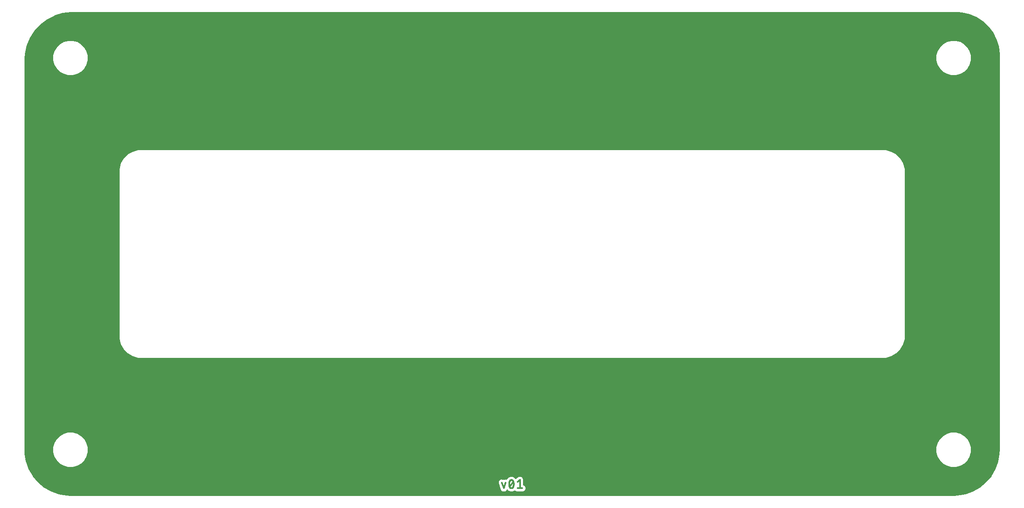
<source format=gtl>
G04 EAGLE Gerber RS-274X export*
G75*
%MOMM*%
%FSLAX34Y34*%
%LPD*%
%INTop Copper*%
%IPPOS*%
%AMOC8*
5,1,8,0,0,1.08239X$1,22.5*%
G01*
%ADD10C,0.304800*%
%ADD11C,0.655600*%

G36*
X900023Y-493996D02*
X900023Y-493996D01*
X900044Y-493998D01*
X908149Y-493644D01*
X908219Y-493631D01*
X908279Y-493630D01*
X924244Y-490815D01*
X924336Y-490785D01*
X924412Y-490770D01*
X939645Y-485226D01*
X939731Y-485180D01*
X939803Y-485152D01*
X953842Y-477047D01*
X953918Y-476987D01*
X953985Y-476947D01*
X966403Y-466526D01*
X966468Y-466454D01*
X966526Y-466403D01*
X976947Y-453985D01*
X976998Y-453903D01*
X977047Y-453842D01*
X985152Y-439803D01*
X985188Y-439713D01*
X985226Y-439645D01*
X990770Y-424412D01*
X990790Y-424317D01*
X990815Y-424244D01*
X993630Y-408279D01*
X993632Y-408229D01*
X993635Y-408218D01*
X993636Y-408193D01*
X993644Y-408149D01*
X993998Y-400044D01*
X993996Y-400021D01*
X993999Y-400000D01*
X993999Y398798D01*
X993997Y398813D01*
X993999Y398828D01*
X993983Y398915D01*
X993959Y399077D01*
X993947Y399105D01*
X993945Y399118D01*
X993998Y400131D01*
X993995Y400159D01*
X993999Y400184D01*
X993999Y401278D01*
X994013Y401330D01*
X994011Y401383D01*
X994019Y401430D01*
X994078Y408047D01*
X994068Y408117D01*
X994070Y408178D01*
X992202Y423426D01*
X992198Y423438D01*
X992198Y423440D01*
X992176Y423520D01*
X992165Y423596D01*
X987677Y438288D01*
X987636Y438376D01*
X987612Y438450D01*
X980641Y452139D01*
X980585Y452219D01*
X980548Y452287D01*
X971306Y464558D01*
X971237Y464626D01*
X971189Y464688D01*
X959956Y475167D01*
X959877Y475223D01*
X959819Y475274D01*
X946937Y483644D01*
X946849Y483685D01*
X946783Y483726D01*
X932643Y489732D01*
X932550Y489757D01*
X932478Y489786D01*
X917510Y493245D01*
X917439Y493251D01*
X917381Y493266D01*
X909828Y493995D01*
X909777Y493992D01*
X909732Y493999D01*
X-888780Y493999D01*
X-888798Y493997D01*
X-888815Y493999D01*
X-888904Y493982D01*
X-889059Y493959D01*
X-889083Y493949D01*
X-890119Y493998D01*
X-890144Y493996D01*
X-890166Y493999D01*
X-891288Y493999D01*
X-891312Y494005D01*
X-891369Y494004D01*
X-891418Y494012D01*
X-898889Y494041D01*
X-898959Y494031D01*
X-899019Y494033D01*
X-915985Y491868D01*
X-916078Y491842D01*
X-916155Y491831D01*
X-932487Y486752D01*
X-932574Y486710D01*
X-932648Y486686D01*
X-947850Y478848D01*
X-947929Y478792D01*
X-947997Y478755D01*
X-961607Y468397D01*
X-961675Y468329D01*
X-961736Y468280D01*
X-973341Y455716D01*
X-973396Y455636D01*
X-973447Y455578D01*
X-982694Y441190D01*
X-982734Y441102D01*
X-982775Y441036D01*
X-989382Y425260D01*
X-989407Y425167D01*
X-989435Y425094D01*
X-993203Y408411D01*
X-993209Y408341D01*
X-993223Y408282D01*
X-993995Y399845D01*
X-993993Y399796D01*
X-993999Y399754D01*
X-993999Y-400000D01*
X-993996Y-400023D01*
X-993998Y-400044D01*
X-993644Y-408149D01*
X-993639Y-408179D01*
X-993639Y-408192D01*
X-993631Y-408219D01*
X-993630Y-408279D01*
X-990815Y-424244D01*
X-990785Y-424336D01*
X-990770Y-424412D01*
X-985226Y-439645D01*
X-985180Y-439731D01*
X-985152Y-439803D01*
X-977047Y-453842D01*
X-976987Y-453918D01*
X-976947Y-453985D01*
X-966526Y-466403D01*
X-966454Y-466468D01*
X-966403Y-466526D01*
X-953985Y-476947D01*
X-953903Y-476998D01*
X-953842Y-477047D01*
X-939803Y-485152D01*
X-939713Y-485188D01*
X-939645Y-485226D01*
X-924412Y-490770D01*
X-924317Y-490790D01*
X-924244Y-490815D01*
X-908279Y-493630D01*
X-908208Y-493632D01*
X-908149Y-493644D01*
X-900044Y-493998D01*
X-900021Y-493996D01*
X-900000Y-493999D01*
X900000Y-493999D01*
X900023Y-493996D01*
G37*
%LPC*%
G36*
X-761359Y-212001D02*
X-761359Y-212001D01*
X-772677Y-208968D01*
X-782824Y-203109D01*
X-791109Y-194824D01*
X-796968Y-184677D01*
X-800001Y-173359D01*
X-800001Y173359D01*
X-796968Y184677D01*
X-791109Y194824D01*
X-782824Y203109D01*
X-772677Y208968D01*
X-761359Y212001D01*
X761359Y212001D01*
X772677Y208968D01*
X782824Y203109D01*
X791109Y194824D01*
X796968Y184677D01*
X800001Y173359D01*
X800001Y-173359D01*
X796968Y-184677D01*
X791109Y-194824D01*
X782824Y-203109D01*
X772677Y-208968D01*
X761359Y-212001D01*
X-761359Y-212001D01*
G37*
%LPD*%
%LPC*%
G36*
X895392Y364999D02*
X895392Y364999D01*
X886490Y367384D01*
X878509Y371992D01*
X871992Y378509D01*
X867384Y386490D01*
X864999Y395392D01*
X864999Y404608D01*
X867384Y413510D01*
X871992Y421491D01*
X878509Y428008D01*
X886490Y432616D01*
X895392Y435001D01*
X904608Y435001D01*
X913510Y432616D01*
X921491Y428008D01*
X928008Y421491D01*
X932616Y413510D01*
X935001Y404608D01*
X935001Y395392D01*
X932616Y386490D01*
X928008Y378509D01*
X921491Y371992D01*
X913510Y367384D01*
X904608Y364999D01*
X895392Y364999D01*
G37*
%LPD*%
%LPC*%
G36*
X-904608Y364999D02*
X-904608Y364999D01*
X-913510Y367384D01*
X-921491Y371992D01*
X-928008Y378509D01*
X-932616Y386490D01*
X-935001Y395392D01*
X-935001Y404608D01*
X-932616Y413510D01*
X-928008Y421491D01*
X-921491Y428008D01*
X-913510Y432616D01*
X-904608Y435001D01*
X-895392Y435001D01*
X-886490Y432616D01*
X-878509Y428008D01*
X-871992Y421491D01*
X-867384Y413510D01*
X-864999Y404608D01*
X-864999Y395392D01*
X-867384Y386490D01*
X-871992Y378509D01*
X-878509Y371992D01*
X-886490Y367384D01*
X-895392Y364999D01*
X-904608Y364999D01*
G37*
%LPD*%
%LPC*%
G36*
X895392Y-435001D02*
X895392Y-435001D01*
X886490Y-432616D01*
X878509Y-428008D01*
X871992Y-421491D01*
X867384Y-413510D01*
X864999Y-404608D01*
X864999Y-395392D01*
X867384Y-386490D01*
X871992Y-378509D01*
X878509Y-371992D01*
X886490Y-367384D01*
X895392Y-364999D01*
X904608Y-364999D01*
X913510Y-367384D01*
X921491Y-371992D01*
X928008Y-378509D01*
X932616Y-386490D01*
X935001Y-395392D01*
X935001Y-404608D01*
X932616Y-413510D01*
X928008Y-421491D01*
X921491Y-428008D01*
X913510Y-432616D01*
X904608Y-435001D01*
X895392Y-435001D01*
G37*
%LPD*%
%LPC*%
G36*
X-904608Y-435001D02*
X-904608Y-435001D01*
X-913510Y-432616D01*
X-921491Y-428008D01*
X-928008Y-421491D01*
X-932616Y-413510D01*
X-935001Y-404608D01*
X-935001Y-395392D01*
X-932616Y-386490D01*
X-928008Y-378509D01*
X-921491Y-371992D01*
X-913510Y-367384D01*
X-904608Y-364999D01*
X-895392Y-364999D01*
X-886490Y-367384D01*
X-878509Y-371992D01*
X-871992Y-378509D01*
X-867384Y-386490D01*
X-864999Y-395392D01*
X-864999Y-404608D01*
X-867384Y-413510D01*
X-871992Y-421491D01*
X-878509Y-428008D01*
X-886490Y-432616D01*
X-895392Y-435001D01*
X-904608Y-435001D01*
G37*
%LPD*%
%LPC*%
G36*
X-16788Y-485022D02*
X-16788Y-485022D01*
X-16865Y-485028D01*
X-16929Y-485022D01*
X-17690Y-485076D01*
X-18022Y-484966D01*
X-18180Y-484937D01*
X-18267Y-484917D01*
X-18616Y-484892D01*
X-19298Y-484551D01*
X-19371Y-484527D01*
X-19429Y-484497D01*
X-20153Y-484256D01*
X-20417Y-484027D01*
X-20552Y-483939D01*
X-20625Y-483888D01*
X-20937Y-483731D01*
X-21437Y-483155D01*
X-21495Y-483104D01*
X-21537Y-483055D01*
X-22114Y-482555D01*
X-22270Y-482242D01*
X-22362Y-482110D01*
X-22409Y-482034D01*
X-22638Y-481771D01*
X-22879Y-481047D01*
X-22914Y-480978D01*
X-22933Y-480916D01*
X-23275Y-480233D01*
X-23299Y-479885D01*
X-23333Y-479727D01*
X-23348Y-479639D01*
X-27226Y-468007D01*
X-27042Y-465417D01*
X-25881Y-463096D01*
X-23920Y-461395D01*
X-21458Y-460574D01*
X-18868Y-460758D01*
X-17305Y-461540D01*
X-17281Y-461548D01*
X-17259Y-461562D01*
X-17148Y-461593D01*
X-17038Y-461629D01*
X-17012Y-461630D01*
X-16987Y-461637D01*
X-16871Y-461636D01*
X-16756Y-461640D01*
X-16731Y-461634D01*
X-16705Y-461634D01*
X-16618Y-461606D01*
X-16482Y-461572D01*
X-16446Y-461551D01*
X-16411Y-461540D01*
X-14848Y-460758D01*
X-12259Y-460574D01*
X-11526Y-460819D01*
X-11466Y-460830D01*
X-11410Y-460850D01*
X-11328Y-460855D01*
X-11248Y-460869D01*
X-11188Y-460863D01*
X-11128Y-460867D01*
X-11049Y-460849D01*
X-10968Y-460840D01*
X-10912Y-460818D01*
X-10853Y-460805D01*
X-10782Y-460765D01*
X-10706Y-460734D01*
X-10659Y-460697D01*
X-10607Y-460668D01*
X-10549Y-460610D01*
X-10485Y-460559D01*
X-10450Y-460510D01*
X-10408Y-460468D01*
X-10374Y-460403D01*
X-10322Y-460329D01*
X-10295Y-460254D01*
X-10264Y-460195D01*
X-10121Y-459776D01*
X-7278Y-456687D01*
X-3433Y-454999D01*
X766Y-454999D01*
X4611Y-456687D01*
X6908Y-459183D01*
X6931Y-459202D01*
X6950Y-459226D01*
X7040Y-459291D01*
X7127Y-459362D01*
X7154Y-459374D01*
X7178Y-459391D01*
X7283Y-459429D01*
X7386Y-459472D01*
X7416Y-459476D01*
X7444Y-459486D01*
X7555Y-459493D01*
X7666Y-459506D01*
X7696Y-459501D01*
X7725Y-459503D01*
X7834Y-459478D01*
X7945Y-459460D01*
X7971Y-459447D01*
X8000Y-459440D01*
X8080Y-459395D01*
X8199Y-459338D01*
X8233Y-459307D01*
X8268Y-459287D01*
X11515Y-456689D01*
X11556Y-456646D01*
X11598Y-456616D01*
X12221Y-455993D01*
X12433Y-455905D01*
X12666Y-455766D01*
X12675Y-455762D01*
X12675Y-455761D01*
X12676Y-455761D01*
X12854Y-455618D01*
X13700Y-455373D01*
X13755Y-455349D01*
X13805Y-455336D01*
X14619Y-454999D01*
X14848Y-454999D01*
X15114Y-454961D01*
X15127Y-454960D01*
X15347Y-454896D01*
X16223Y-454993D01*
X16282Y-454991D01*
X16333Y-454999D01*
X17214Y-454999D01*
X17427Y-455087D01*
X17688Y-455154D01*
X17699Y-455157D01*
X17927Y-455182D01*
X18699Y-455608D01*
X18754Y-455629D01*
X18798Y-455655D01*
X19613Y-455993D01*
X19775Y-456155D01*
X19991Y-456317D01*
X20000Y-456324D01*
X20001Y-456324D01*
X20201Y-456435D01*
X20751Y-457123D01*
X20795Y-457163D01*
X20825Y-457205D01*
X21448Y-457828D01*
X21536Y-458040D01*
X21674Y-458274D01*
X21679Y-458282D01*
X21822Y-458461D01*
X22068Y-459308D01*
X22092Y-459362D01*
X22104Y-459412D01*
X22441Y-460226D01*
X22441Y-460456D01*
X22479Y-460721D01*
X22481Y-460734D01*
X22545Y-460955D01*
X22447Y-461830D01*
X22449Y-461890D01*
X22441Y-461941D01*
X22441Y-471498D01*
X22443Y-471508D01*
X22442Y-471517D01*
X22463Y-471647D01*
X22481Y-471777D01*
X22485Y-471786D01*
X22487Y-471795D01*
X22544Y-471915D01*
X22597Y-472034D01*
X22604Y-472041D01*
X22608Y-472050D01*
X22695Y-472149D01*
X22781Y-472249D01*
X22789Y-472254D01*
X22795Y-472261D01*
X22860Y-472301D01*
X23017Y-472403D01*
X23040Y-472410D01*
X23058Y-472421D01*
X24322Y-472945D01*
X26157Y-474780D01*
X27150Y-477178D01*
X27150Y-479774D01*
X26157Y-482172D01*
X24322Y-484007D01*
X21923Y-485001D01*
X9910Y-485001D01*
X7512Y-484007D01*
X6405Y-482901D01*
X6337Y-482850D01*
X6275Y-482791D01*
X6225Y-482765D01*
X6180Y-482731D01*
X6100Y-482702D01*
X6025Y-482663D01*
X5969Y-482652D01*
X5916Y-482632D01*
X5831Y-482625D01*
X5748Y-482609D01*
X5691Y-482615D01*
X5635Y-482610D01*
X5551Y-482627D01*
X5467Y-482635D01*
X5414Y-482656D01*
X5358Y-482668D01*
X5283Y-482708D01*
X5204Y-482739D01*
X5163Y-482772D01*
X5109Y-482800D01*
X5030Y-482878D01*
X4963Y-482931D01*
X4611Y-483314D01*
X766Y-485001D01*
X-3433Y-485001D01*
X-7278Y-483314D01*
X-9298Y-481118D01*
X-9324Y-481096D01*
X-9345Y-481070D01*
X-9433Y-481007D01*
X-9516Y-480939D01*
X-9548Y-480926D01*
X-9575Y-480906D01*
X-9677Y-480871D01*
X-9776Y-480829D01*
X-9809Y-480825D01*
X-9841Y-480814D01*
X-9949Y-480808D01*
X-10056Y-480795D01*
X-10089Y-480801D01*
X-10123Y-480799D01*
X-10228Y-480824D01*
X-10334Y-480841D01*
X-10365Y-480856D01*
X-10398Y-480864D01*
X-10491Y-480917D01*
X-10589Y-480963D01*
X-10614Y-480986D01*
X-10643Y-481002D01*
X-10718Y-481080D01*
X-10799Y-481152D01*
X-10816Y-481180D01*
X-10840Y-481204D01*
X-10881Y-481284D01*
X-10948Y-481391D01*
X-10961Y-481439D01*
X-10981Y-481478D01*
X-11079Y-481771D01*
X-11308Y-482034D01*
X-11395Y-482170D01*
X-11447Y-482242D01*
X-11603Y-482555D01*
X-12179Y-483055D01*
X-12230Y-483113D01*
X-12280Y-483155D01*
X-12780Y-483731D01*
X-13092Y-483888D01*
X-13225Y-483980D01*
X-13300Y-484027D01*
X-13564Y-484256D01*
X-14288Y-484497D01*
X-14357Y-484531D01*
X-14419Y-484551D01*
X-15101Y-484892D01*
X-15450Y-484917D01*
X-15607Y-484951D01*
X-15695Y-484966D01*
X-16026Y-485076D01*
X-16788Y-485022D01*
G37*
%LPD*%
D10*
X-20625Y-467175D02*
X-16858Y-478476D01*
X-13091Y-467175D01*
X-6042Y-470000D02*
X-6038Y-469667D01*
X-6026Y-469333D01*
X-6006Y-469000D01*
X-5978Y-468668D01*
X-5943Y-468336D01*
X-5899Y-468006D01*
X-5847Y-467676D01*
X-5788Y-467348D01*
X-5721Y-467021D01*
X-5646Y-466696D01*
X-5563Y-466373D01*
X-5473Y-466052D01*
X-5375Y-465734D01*
X-5269Y-465417D01*
X-5156Y-465104D01*
X-5035Y-464793D01*
X-4907Y-464485D01*
X-4772Y-464180D01*
X-4629Y-463878D01*
X-4630Y-463879D02*
X-4590Y-463769D01*
X-4547Y-463660D01*
X-4499Y-463553D01*
X-4449Y-463448D01*
X-4395Y-463345D01*
X-4337Y-463243D01*
X-4276Y-463143D01*
X-4212Y-463046D01*
X-4145Y-462950D01*
X-4074Y-462857D01*
X-4001Y-462766D01*
X-3924Y-462678D01*
X-3844Y-462593D01*
X-3762Y-462510D01*
X-3677Y-462430D01*
X-3589Y-462353D01*
X-3499Y-462279D01*
X-3406Y-462208D01*
X-3311Y-462140D01*
X-3214Y-462075D01*
X-3114Y-462014D01*
X-3013Y-461956D01*
X-2909Y-461901D01*
X-2804Y-461850D01*
X-2698Y-461802D01*
X-2589Y-461758D01*
X-2480Y-461718D01*
X-2369Y-461681D01*
X-2257Y-461649D01*
X-2143Y-461620D01*
X-2029Y-461594D01*
X-1914Y-461573D01*
X-1799Y-461555D01*
X-1683Y-461542D01*
X-1567Y-461532D01*
X-1450Y-461526D01*
X-1333Y-461524D01*
X-1216Y-461526D01*
X-1099Y-461532D01*
X-983Y-461542D01*
X-867Y-461555D01*
X-752Y-461573D01*
X-637Y-461594D01*
X-523Y-461620D01*
X-409Y-461649D01*
X-297Y-461681D01*
X-186Y-461718D01*
X-77Y-461758D01*
X32Y-461802D01*
X138Y-461850D01*
X243Y-461901D01*
X347Y-461956D01*
X448Y-462014D01*
X548Y-462075D01*
X645Y-462140D01*
X740Y-462208D01*
X833Y-462279D01*
X923Y-462353D01*
X1011Y-462430D01*
X1096Y-462510D01*
X1178Y-462593D01*
X1258Y-462678D01*
X1335Y-462766D01*
X1408Y-462857D01*
X1479Y-462950D01*
X1546Y-463046D01*
X1610Y-463143D01*
X1671Y-463243D01*
X1729Y-463345D01*
X1783Y-463448D01*
X1833Y-463553D01*
X1881Y-463660D01*
X1924Y-463769D01*
X1964Y-463879D01*
X1963Y-463878D02*
X2106Y-464180D01*
X2241Y-464485D01*
X2369Y-464793D01*
X2490Y-465104D01*
X2603Y-465417D01*
X2709Y-465734D01*
X2807Y-466052D01*
X2897Y-466373D01*
X2980Y-466696D01*
X3055Y-467021D01*
X3122Y-467348D01*
X3181Y-467676D01*
X3233Y-468006D01*
X3277Y-468336D01*
X3312Y-468668D01*
X3340Y-469000D01*
X3360Y-469333D01*
X3372Y-469667D01*
X3376Y-470000D01*
X-6042Y-470000D02*
X-6038Y-470333D01*
X-6026Y-470667D01*
X-6006Y-471000D01*
X-5978Y-471332D01*
X-5943Y-471664D01*
X-5899Y-471994D01*
X-5847Y-472324D01*
X-5788Y-472652D01*
X-5721Y-472979D01*
X-5646Y-473304D01*
X-5563Y-473627D01*
X-5473Y-473948D01*
X-5375Y-474266D01*
X-5269Y-474583D01*
X-5156Y-474896D01*
X-5035Y-475207D01*
X-4907Y-475515D01*
X-4772Y-475820D01*
X-4629Y-476122D01*
X-4630Y-476121D02*
X-4590Y-476231D01*
X-4546Y-476340D01*
X-4499Y-476447D01*
X-4449Y-476552D01*
X-4395Y-476655D01*
X-4337Y-476757D01*
X-4276Y-476857D01*
X-4212Y-476954D01*
X-4145Y-477050D01*
X-4074Y-477143D01*
X-4001Y-477234D01*
X-3924Y-477322D01*
X-3844Y-477407D01*
X-3762Y-477490D01*
X-3677Y-477570D01*
X-3589Y-477647D01*
X-3499Y-477721D01*
X-3406Y-477793D01*
X-3311Y-477860D01*
X-3213Y-477925D01*
X-3114Y-477986D01*
X-3013Y-478045D01*
X-2909Y-478099D01*
X-2804Y-478150D01*
X-2698Y-478198D01*
X-2589Y-478242D01*
X-2480Y-478282D01*
X-2369Y-478319D01*
X-2257Y-478351D01*
X-2143Y-478380D01*
X-2029Y-478406D01*
X-1914Y-478427D01*
X-1799Y-478445D01*
X-1683Y-478458D01*
X-1567Y-478468D01*
X-1450Y-478474D01*
X-1333Y-478476D01*
X1963Y-476122D02*
X2106Y-475820D01*
X2241Y-475515D01*
X2369Y-475207D01*
X2490Y-474896D01*
X2603Y-474583D01*
X2709Y-474266D01*
X2807Y-473948D01*
X2897Y-473627D01*
X2980Y-473304D01*
X3055Y-472979D01*
X3122Y-472652D01*
X3181Y-472324D01*
X3233Y-471994D01*
X3277Y-471664D01*
X3312Y-471332D01*
X3340Y-471000D01*
X3360Y-470667D01*
X3372Y-470333D01*
X3376Y-470000D01*
X1964Y-476121D02*
X1924Y-476231D01*
X1880Y-476340D01*
X1833Y-476447D01*
X1783Y-476552D01*
X1729Y-476655D01*
X1671Y-476757D01*
X1610Y-476857D01*
X1546Y-476954D01*
X1479Y-477050D01*
X1408Y-477143D01*
X1335Y-477234D01*
X1258Y-477322D01*
X1178Y-477407D01*
X1096Y-477490D01*
X1011Y-477570D01*
X923Y-477647D01*
X833Y-477721D01*
X740Y-477793D01*
X645Y-477860D01*
X547Y-477925D01*
X448Y-477986D01*
X347Y-478045D01*
X243Y-478099D01*
X138Y-478150D01*
X32Y-478198D01*
X-77Y-478242D01*
X-186Y-478282D01*
X-297Y-478319D01*
X-409Y-478351D01*
X-523Y-478380D01*
X-637Y-478406D01*
X-752Y-478427D01*
X-867Y-478445D01*
X-983Y-478458D01*
X-1099Y-478468D01*
X-1216Y-478474D01*
X-1333Y-478476D01*
X-5101Y-474709D02*
X2434Y-465291D01*
X11208Y-465291D02*
X15917Y-461524D01*
X15917Y-478476D01*
X11208Y-478476D02*
X20626Y-478476D01*
D11*
X0Y-400000D03*
M02*

</source>
